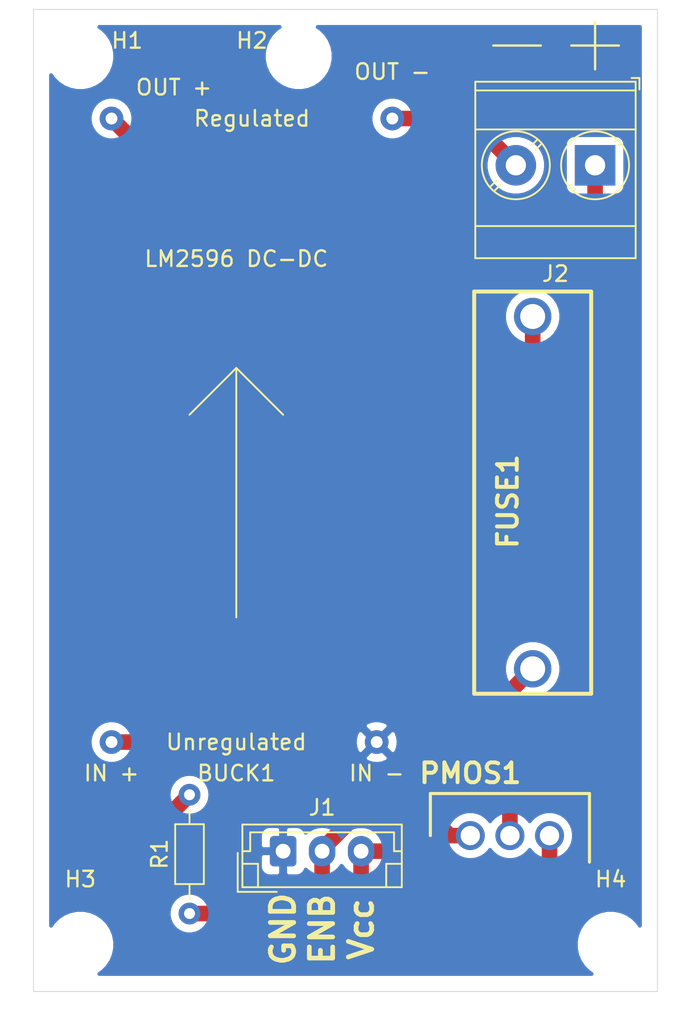
<source format=kicad_pcb>
(kicad_pcb (version 20171130) (host pcbnew "(5.1.4)-1")

  (general
    (thickness 1.6)
    (drawings 9)
    (tracks 31)
    (zones 0)
    (modules 10)
    (nets 8)
  )

  (page A4)
  (layers
    (0 F.Cu signal)
    (31 B.Cu signal)
    (32 B.Adhes user)
    (33 F.Adhes user)
    (34 B.Paste user)
    (35 F.Paste user)
    (36 B.SilkS user)
    (37 F.SilkS user)
    (38 B.Mask user)
    (39 F.Mask user)
    (40 Dwgs.User user)
    (41 Cmts.User user)
    (42 Eco1.User user)
    (43 Eco2.User user)
    (44 Edge.Cuts user)
    (45 Margin user)
    (46 B.CrtYd user)
    (47 F.CrtYd user)
    (48 B.Fab user)
    (49 F.Fab user)
  )

  (setup
    (last_trace_width 1)
    (trace_clearance 0.2)
    (zone_clearance 0.508)
    (zone_45_only no)
    (trace_min 0.2)
    (via_size 0.8)
    (via_drill 0.4)
    (via_min_size 0.4)
    (via_min_drill 0.3)
    (uvia_size 0.3)
    (uvia_drill 0.1)
    (uvias_allowed no)
    (uvia_min_size 0.2)
    (uvia_min_drill 0.1)
    (edge_width 0.05)
    (segment_width 0.2)
    (pcb_text_width 0.3)
    (pcb_text_size 1.5 1.5)
    (mod_edge_width 0.12)
    (mod_text_size 1 1)
    (mod_text_width 0.15)
    (pad_size 1.524 1.524)
    (pad_drill 0.762)
    (pad_to_mask_clearance 0.051)
    (solder_mask_min_width 0.25)
    (aux_axis_origin 0 0)
    (visible_elements 7FFFFFFF)
    (pcbplotparams
      (layerselection 0x010fc_ffffffff)
      (usegerberextensions false)
      (usegerberattributes false)
      (usegerberadvancedattributes false)
      (creategerberjobfile false)
      (excludeedgelayer true)
      (linewidth 0.100000)
      (plotframeref false)
      (viasonmask false)
      (mode 1)
      (useauxorigin false)
      (hpglpennumber 1)
      (hpglpenspeed 20)
      (hpglpendiameter 15.000000)
      (psnegative false)
      (psa4output false)
      (plotreference true)
      (plotvalue true)
      (plotinvisibletext false)
      (padsonsilk false)
      (subtractmaskfromsilk false)
      (outputformat 1)
      (mirror false)
      (drillshape 1)
      (scaleselection 1)
      (outputdirectory ""))
  )

  (net 0 "")
  (net 1 "Net-(BUCK1-Pad4)")
  (net 2 "Net-(BUCK1-Pad3)")
  (net 3 "Net-(BUCK1-Pad2)")
  (net 4 "Net-(FUSE1-Pad1)")
  (net 5 "Net-(J1-Pad3)")
  (net 6 "Net-(J1-Pad2)")
  (net 7 GND)

  (net_class Default "This is the default net class."
    (clearance 0.2)
    (trace_width 1)
    (via_dia 0.8)
    (via_drill 0.4)
    (uvia_dia 0.3)
    (uvia_drill 0.1)
    (add_net GND)
    (add_net "Net-(BUCK1-Pad2)")
    (add_net "Net-(BUCK1-Pad3)")
    (add_net "Net-(BUCK1-Pad4)")
    (add_net "Net-(FUSE1-Pad1)")
    (add_net "Net-(J1-Pad2)")
    (add_net "Net-(J1-Pad3)")
  )

  (module MountingHole:MountingHole_3.2mm_M3 (layer F.Cu) (tedit 56D1B4CB) (tstamp 5D9C0F01)
    (at 50 70)
    (descr "Mounting Hole 3.2mm, no annular, M3")
    (tags "mounting hole 3.2mm no annular m3")
    (path /5D9D4DB1)
    (attr virtual)
    (fp_text reference H4 (at 0 -4.2) (layer F.SilkS)
      (effects (font (size 1 1) (thickness 0.15)))
    )
    (fp_text value MountingHole (at 0 4.2) (layer F.Fab)
      (effects (font (size 1 1) (thickness 0.15)))
    )
    (fp_circle (center 0 0) (end 3.45 0) (layer F.CrtYd) (width 0.05))
    (fp_circle (center 0 0) (end 3.2 0) (layer Cmts.User) (width 0.15))
    (fp_text user %R (at 0.3 0) (layer F.Fab)
      (effects (font (size 1 1) (thickness 0.15)))
    )
    (pad 1 np_thru_hole circle (at 0 0) (size 3.2 3.2) (drill 3.2) (layers *.Cu *.Mask))
  )

  (module MountingHole:MountingHole_3.2mm_M3 (layer F.Cu) (tedit 56D1B4CB) (tstamp 5D9C0EF9)
    (at 16 70)
    (descr "Mounting Hole 3.2mm, no annular, M3")
    (tags "mounting hole 3.2mm no annular m3")
    (path /5D9D44B2)
    (attr virtual)
    (fp_text reference H3 (at 0 -4.2) (layer F.SilkS)
      (effects (font (size 1 1) (thickness 0.15)))
    )
    (fp_text value MountingHole (at 0 4.2) (layer F.Fab)
      (effects (font (size 1 1) (thickness 0.15)))
    )
    (fp_circle (center 0 0) (end 3.45 0) (layer F.CrtYd) (width 0.05))
    (fp_circle (center 0 0) (end 3.2 0) (layer Cmts.User) (width 0.15))
    (fp_text user %R (at 0.3 0) (layer F.Fab)
      (effects (font (size 1 1) (thickness 0.15)))
    )
    (pad 1 np_thru_hole circle (at 0 0) (size 3.2 3.2) (drill 3.2) (layers *.Cu *.Mask))
  )

  (module MountingHole:MountingHole_3.2mm_M3 (layer F.Cu) (tedit 56D1B4CB) (tstamp 5D9C0EF1)
    (at 30 13)
    (descr "Mounting Hole 3.2mm, no annular, M3")
    (tags "mounting hole 3.2mm no annular m3")
    (path /5D9D3D3A)
    (attr virtual)
    (fp_text reference H2 (at -3 -1) (layer F.SilkS)
      (effects (font (size 1 1) (thickness 0.15)))
    )
    (fp_text value MountingHole (at 0 4.2) (layer F.Fab)
      (effects (font (size 1 1) (thickness 0.15)))
    )
    (fp_circle (center 0 0) (end 3.45 0) (layer F.CrtYd) (width 0.05))
    (fp_circle (center 0 0) (end 3.2 0) (layer Cmts.User) (width 0.15))
    (fp_text user %R (at 0.3 0) (layer F.Fab)
      (effects (font (size 1 1) (thickness 0.15)))
    )
    (pad 1 np_thru_hole circle (at 0 0) (size 3.2 3.2) (drill 3.2) (layers *.Cu *.Mask))
  )

  (module MountingHole:MountingHole_3.2mm_M3 (layer F.Cu) (tedit 56D1B4CB) (tstamp 5D9C0EE9)
    (at 16 13)
    (descr "Mounting Hole 3.2mm, no annular, M3")
    (tags "mounting hole 3.2mm no annular m3")
    (path /5D9D353F)
    (attr virtual)
    (fp_text reference H1 (at 3 -1) (layer F.SilkS)
      (effects (font (size 1 1) (thickness 0.15)))
    )
    (fp_text value MountingHole (at 0 4.2) (layer F.Fab)
      (effects (font (size 1 1) (thickness 0.15)))
    )
    (fp_circle (center 0 0) (end 3.45 0) (layer F.CrtYd) (width 0.05))
    (fp_circle (center 0 0) (end 3.2 0) (layer Cmts.User) (width 0.15))
    (fp_text user %R (at 0.3 0) (layer F.Fab)
      (effects (font (size 1 1) (thickness 0.15)))
    )
    (pad 1 np_thru_hole circle (at 0 0) (size 3.2 3.2) (drill 3.2) (layers *.Cu *.Mask))
  )

  (module Resistor_THT:R_Axial_DIN0204_L3.6mm_D1.6mm_P7.62mm_Horizontal (layer F.Cu) (tedit 5AE5139B) (tstamp 5D9C0A1C)
    (at 23 68 90)
    (descr "Resistor, Axial_DIN0204 series, Axial, Horizontal, pin pitch=7.62mm, 0.167W, length*diameter=3.6*1.6mm^2, http://cdn-reichelt.de/documents/datenblatt/B400/1_4W%23YAG.pdf")
    (tags "Resistor Axial_DIN0204 series Axial Horizontal pin pitch 7.62mm 0.167W length 3.6mm diameter 1.6mm")
    (path /5D9D0066)
    (fp_text reference R1 (at 3.81 -1.92 90) (layer F.SilkS)
      (effects (font (size 1 1) (thickness 0.15)))
    )
    (fp_text value R (at 3.81 1.92 90) (layer F.Fab)
      (effects (font (size 1 1) (thickness 0.15)))
    )
    (fp_text user %R (at 3.81 0 90) (layer F.Fab)
      (effects (font (size 0.72 0.72) (thickness 0.108)))
    )
    (fp_line (start 8.57 -1.05) (end -0.95 -1.05) (layer F.CrtYd) (width 0.05))
    (fp_line (start 8.57 1.05) (end 8.57 -1.05) (layer F.CrtYd) (width 0.05))
    (fp_line (start -0.95 1.05) (end 8.57 1.05) (layer F.CrtYd) (width 0.05))
    (fp_line (start -0.95 -1.05) (end -0.95 1.05) (layer F.CrtYd) (width 0.05))
    (fp_line (start 6.68 0) (end 5.73 0) (layer F.SilkS) (width 0.12))
    (fp_line (start 0.94 0) (end 1.89 0) (layer F.SilkS) (width 0.12))
    (fp_line (start 5.73 -0.92) (end 1.89 -0.92) (layer F.SilkS) (width 0.12))
    (fp_line (start 5.73 0.92) (end 5.73 -0.92) (layer F.SilkS) (width 0.12))
    (fp_line (start 1.89 0.92) (end 5.73 0.92) (layer F.SilkS) (width 0.12))
    (fp_line (start 1.89 -0.92) (end 1.89 0.92) (layer F.SilkS) (width 0.12))
    (fp_line (start 7.62 0) (end 5.61 0) (layer F.Fab) (width 0.1))
    (fp_line (start 0 0) (end 2.01 0) (layer F.Fab) (width 0.1))
    (fp_line (start 5.61 -0.8) (end 2.01 -0.8) (layer F.Fab) (width 0.1))
    (fp_line (start 5.61 0.8) (end 5.61 -0.8) (layer F.Fab) (width 0.1))
    (fp_line (start 2.01 0.8) (end 5.61 0.8) (layer F.Fab) (width 0.1))
    (fp_line (start 2.01 -0.8) (end 2.01 0.8) (layer F.Fab) (width 0.1))
    (pad 2 thru_hole oval (at 7.62 0 90) (size 1.4 1.4) (drill 0.7) (layers *.Cu *.Mask)
      (net 5 "Net-(J1-Pad3)"))
    (pad 1 thru_hole circle (at 0 0 90) (size 1.4 1.4) (drill 0.7) (layers *.Cu *.Mask)
      (net 6 "Net-(J1-Pad2)"))
    (model ${KISYS3DMOD}/Resistor_THT.3dshapes/R_Axial_DIN0204_L3.6mm_D1.6mm_P7.62mm_Horizontal.wrl
      (at (xyz 0 0 0))
      (scale (xyz 1 1 1))
      (rotate (xyz 0 0 0))
    )
  )

  (module Connector_JST:JST_EH_B3B-EH-A_1x03_P2.50mm_Vertical (layer F.Cu) (tedit 5C28142C) (tstamp 5D943C7C)
    (at 29 64)
    (descr "JST EH series connector, B3B-EH-A (http://www.jst-mfg.com/product/pdf/eng/eEH.pdf), generated with kicad-footprint-generator")
    (tags "connector JST EH vertical")
    (path /5D94D2BC)
    (fp_text reference J1 (at 2.5 -2.8) (layer F.SilkS)
      (effects (font (size 1 1) (thickness 0.15)))
    )
    (fp_text value Conn_01x03 (at 2.5 3.4) (layer F.Fab)
      (effects (font (size 1 1) (thickness 0.15)))
    )
    (fp_text user %R (at 2.5 1.5) (layer F.Fab)
      (effects (font (size 1 1) (thickness 0.15)))
    )
    (fp_line (start -2.91 2.61) (end -0.41 2.61) (layer F.Fab) (width 0.1))
    (fp_line (start -2.91 0.11) (end -2.91 2.61) (layer F.Fab) (width 0.1))
    (fp_line (start -2.91 2.61) (end -0.41 2.61) (layer F.SilkS) (width 0.12))
    (fp_line (start -2.91 0.11) (end -2.91 2.61) (layer F.SilkS) (width 0.12))
    (fp_line (start 6.61 0.81) (end 6.61 2.31) (layer F.SilkS) (width 0.12))
    (fp_line (start 7.61 0.81) (end 6.61 0.81) (layer F.SilkS) (width 0.12))
    (fp_line (start -1.61 0.81) (end -1.61 2.31) (layer F.SilkS) (width 0.12))
    (fp_line (start -2.61 0.81) (end -1.61 0.81) (layer F.SilkS) (width 0.12))
    (fp_line (start 7.11 0) (end 7.61 0) (layer F.SilkS) (width 0.12))
    (fp_line (start 7.11 -1.21) (end 7.11 0) (layer F.SilkS) (width 0.12))
    (fp_line (start -2.11 -1.21) (end 7.11 -1.21) (layer F.SilkS) (width 0.12))
    (fp_line (start -2.11 0) (end -2.11 -1.21) (layer F.SilkS) (width 0.12))
    (fp_line (start -2.61 0) (end -2.11 0) (layer F.SilkS) (width 0.12))
    (fp_line (start 7.61 -1.71) (end -2.61 -1.71) (layer F.SilkS) (width 0.12))
    (fp_line (start 7.61 2.31) (end 7.61 -1.71) (layer F.SilkS) (width 0.12))
    (fp_line (start -2.61 2.31) (end 7.61 2.31) (layer F.SilkS) (width 0.12))
    (fp_line (start -2.61 -1.71) (end -2.61 2.31) (layer F.SilkS) (width 0.12))
    (fp_line (start 8 -2.1) (end -3 -2.1) (layer F.CrtYd) (width 0.05))
    (fp_line (start 8 2.7) (end 8 -2.1) (layer F.CrtYd) (width 0.05))
    (fp_line (start -3 2.7) (end 8 2.7) (layer F.CrtYd) (width 0.05))
    (fp_line (start -3 -2.1) (end -3 2.7) (layer F.CrtYd) (width 0.05))
    (fp_line (start 7.5 -1.6) (end -2.5 -1.6) (layer F.Fab) (width 0.1))
    (fp_line (start 7.5 2.2) (end 7.5 -1.6) (layer F.Fab) (width 0.1))
    (fp_line (start -2.5 2.2) (end 7.5 2.2) (layer F.Fab) (width 0.1))
    (fp_line (start -2.5 -1.6) (end -2.5 2.2) (layer F.Fab) (width 0.1))
    (pad 3 thru_hole oval (at 5 0) (size 1.7 1.95) (drill 0.95) (layers *.Cu *.Mask)
      (net 5 "Net-(J1-Pad3)"))
    (pad 2 thru_hole oval (at 2.5 0) (size 1.7 1.95) (drill 0.95) (layers *.Cu *.Mask)
      (net 6 "Net-(J1-Pad2)"))
    (pad 1 thru_hole roundrect (at 0 0) (size 1.7 1.95) (drill 0.95) (layers *.Cu *.Mask) (roundrect_rratio 0.147059)
      (net 7 GND))
    (model ${KISYS3DMOD}/Connector_JST.3dshapes/JST_EH_B3B-EH-A_1x03_P2.50mm_Vertical.wrl
      (at (xyz 0 0 0))
      (scale (xyz 1 1 1))
      (rotate (xyz 0 0 0))
    )
  )

  (module LibraryLoader:TO254P440X1000X2110-3P (layer F.Cu) (tedit 0) (tstamp 5D943CF9)
    (at 41 63)
    (descr IPP120P04P4L03AKSA1)
    (tags "MOSFET (P-Channel)")
    (path /5D945064)
    (fp_text reference PMOS1 (at 0 -4) (layer F.SilkS)
      (effects (font (size 1.27 1.27) (thickness 0.254)))
    )
    (fp_text value IPP120P04P4L03AKSA1 (at 0 0) (layer F.SilkS) hide
      (effects (font (size 1.27 1.27) (thickness 0.254)))
    )
    (fp_line (start -2.56 -2.7) (end -2.56 0) (layer F.SilkS) (width 0.2))
    (fp_line (start 7.64 -2.7) (end -2.56 -2.7) (layer F.SilkS) (width 0.2))
    (fp_line (start 7.64 1.7) (end 7.64 -2.7) (layer F.SilkS) (width 0.2))
    (fp_line (start -2.56 -1.43) (end -1.29 -2.7) (layer F.Fab) (width 0.1))
    (fp_line (start -2.56 1.7) (end -2.56 -2.7) (layer F.Fab) (width 0.1))
    (fp_line (start 7.64 1.7) (end -2.56 1.7) (layer F.Fab) (width 0.1))
    (fp_line (start 7.64 -2.7) (end 7.64 1.7) (layer F.Fab) (width 0.1))
    (fp_line (start -2.56 -2.7) (end 7.64 -2.7) (layer F.Fab) (width 0.1))
    (fp_line (start -2.81 1.95) (end -2.81 -2.95) (layer F.CrtYd) (width 0.05))
    (fp_line (start 7.89 1.95) (end -2.81 1.95) (layer F.CrtYd) (width 0.05))
    (fp_line (start 7.89 -2.95) (end 7.89 1.95) (layer F.CrtYd) (width 0.05))
    (fp_line (start -2.81 -2.95) (end 7.89 -2.95) (layer F.CrtYd) (width 0.05))
    (fp_text user %R (at 0 0) (layer F.Fab)
      (effects (font (size 1.27 1.27) (thickness 0.254)))
    )
    (pad 3 thru_hole circle (at 5.08 0) (size 1.86 1.86) (drill 1.24) (layers *.Cu *.Mask)
      (net 5 "Net-(J1-Pad3)"))
    (pad 2 thru_hole circle (at 2.54 0) (size 1.86 1.86) (drill 1.24) (layers *.Cu *.Mask)
      (net 4 "Net-(FUSE1-Pad1)"))
    (pad 1 thru_hole circle (at 0 0) (size 1.86 1.86) (drill 1.24) (layers *.Cu *.Mask)
      (net 6 "Net-(J1-Pad2)"))
    (model "C:\\Users\\jklei\\KiCad Libs\\SamacSys_Parts.3dshapes\\IPP120P04P4L03AKSA1.stp"
      (at (xyz 0 0 0))
      (scale (xyz 1 1 1))
      (rotate (xyz 0 0 0))
    )
  )

  (module TerminalBlock_Phoenix:TerminalBlock_Phoenix_MKDS-3-2-5.08_1x02_P5.08mm_Horizontal (layer F.Cu) (tedit 5B294F11) (tstamp 5D943CA8)
    (at 49 20 180)
    (descr "Terminal Block Phoenix MKDS-3-2-5.08, 2 pins, pitch 5.08mm, size 10.2x11.2mm^2, drill diamater 1.3mm, pad diameter 2.6mm, see http://www.farnell.com/datasheets/2138224.pdf, script-generated using https://github.com/pointhi/kicad-footprint-generator/scripts/TerminalBlock_Phoenix")
    (tags "THT Terminal Block Phoenix MKDS-3-2-5.08 pitch 5.08mm size 10.2x11.2mm^2 drill 1.3mm pad 2.6mm")
    (path /5D945077)
    (fp_text reference J2 (at 2.54 -6.96) (layer F.SilkS)
      (effects (font (size 1 1) (thickness 0.15)))
    )
    (fp_text value Screw_Terminal_01x02 (at 2.54 6.36) (layer F.Fab)
      (effects (font (size 1 1) (thickness 0.15)))
    )
    (fp_text user %R (at 2.54 3.1) (layer F.Fab)
      (effects (font (size 1 1) (thickness 0.15)))
    )
    (fp_line (start 8.13 -6.4) (end -3.04 -6.4) (layer F.CrtYd) (width 0.05))
    (fp_line (start 8.13 5.8) (end 8.13 -6.4) (layer F.CrtYd) (width 0.05))
    (fp_line (start -3.04 5.8) (end 8.13 5.8) (layer F.CrtYd) (width 0.05))
    (fp_line (start -3.04 -6.4) (end -3.04 5.8) (layer F.CrtYd) (width 0.05))
    (fp_line (start -2.84 5.6) (end -2.34 5.6) (layer F.SilkS) (width 0.12))
    (fp_line (start -2.84 4.86) (end -2.84 5.6) (layer F.SilkS) (width 0.12))
    (fp_line (start 3.822 0.992) (end 3.427 1.388) (layer F.SilkS) (width 0.12))
    (fp_line (start 6.468 -1.654) (end 6.088 -1.274) (layer F.SilkS) (width 0.12))
    (fp_line (start 4.073 1.274) (end 3.693 1.654) (layer F.SilkS) (width 0.12))
    (fp_line (start 6.734 -1.388) (end 6.339 -0.992) (layer F.SilkS) (width 0.12))
    (fp_line (start 6.353 -1.517) (end 3.564 1.273) (layer F.Fab) (width 0.1))
    (fp_line (start 6.597 -1.273) (end 3.808 1.517) (layer F.Fab) (width 0.1))
    (fp_line (start -1.548 1.281) (end -1.654 1.388) (layer F.SilkS) (width 0.12))
    (fp_line (start 1.388 -1.654) (end 1.281 -1.547) (layer F.SilkS) (width 0.12))
    (fp_line (start -1.282 1.547) (end -1.388 1.654) (layer F.SilkS) (width 0.12))
    (fp_line (start 1.654 -1.388) (end 1.547 -1.281) (layer F.SilkS) (width 0.12))
    (fp_line (start 1.273 -1.517) (end -1.517 1.273) (layer F.Fab) (width 0.1))
    (fp_line (start 1.517 -1.273) (end -1.273 1.517) (layer F.Fab) (width 0.1))
    (fp_line (start 7.68 -5.96) (end 7.68 5.36) (layer F.SilkS) (width 0.12))
    (fp_line (start -2.6 -5.96) (end -2.6 5.36) (layer F.SilkS) (width 0.12))
    (fp_line (start -2.6 5.36) (end 7.68 5.36) (layer F.SilkS) (width 0.12))
    (fp_line (start -2.6 -5.96) (end 7.68 -5.96) (layer F.SilkS) (width 0.12))
    (fp_line (start -2.6 -3.9) (end 7.68 -3.9) (layer F.SilkS) (width 0.12))
    (fp_line (start -2.54 -3.9) (end 7.62 -3.9) (layer F.Fab) (width 0.1))
    (fp_line (start -2.6 2.3) (end 7.68 2.3) (layer F.SilkS) (width 0.12))
    (fp_line (start -2.54 2.3) (end 7.62 2.3) (layer F.Fab) (width 0.1))
    (fp_line (start -2.6 4.8) (end 7.68 4.8) (layer F.SilkS) (width 0.12))
    (fp_line (start -2.54 4.8) (end 7.62 4.8) (layer F.Fab) (width 0.1))
    (fp_line (start -2.54 4.8) (end -2.54 -5.9) (layer F.Fab) (width 0.1))
    (fp_line (start -2.04 5.3) (end -2.54 4.8) (layer F.Fab) (width 0.1))
    (fp_line (start 7.62 5.3) (end -2.04 5.3) (layer F.Fab) (width 0.1))
    (fp_line (start 7.62 -5.9) (end 7.62 5.3) (layer F.Fab) (width 0.1))
    (fp_line (start -2.54 -5.9) (end 7.62 -5.9) (layer F.Fab) (width 0.1))
    (fp_circle (center 5.08 0) (end 7.26 0) (layer F.SilkS) (width 0.12))
    (fp_circle (center 5.08 0) (end 7.08 0) (layer F.Fab) (width 0.1))
    (fp_circle (center 0 0) (end 2.18 0) (layer F.SilkS) (width 0.12))
    (fp_circle (center 0 0) (end 2 0) (layer F.Fab) (width 0.1))
    (pad 2 thru_hole circle (at 5.08 0 180) (size 2.6 2.6) (drill 1.3) (layers *.Cu *.Mask)
      (net 2 "Net-(BUCK1-Pad3)"))
    (pad 1 thru_hole rect (at 0 0 180) (size 2.6 2.6) (drill 1.3) (layers *.Cu *.Mask)
      (net 1 "Net-(BUCK1-Pad4)"))
    (model ${KISYS3DMOD}/TerminalBlock_Phoenix.3dshapes/TerminalBlock_Phoenix_MKDS-3-2-5.08_1x02_P5.08mm_Horizontal.wrl
      (at (xyz 0 0 0))
      (scale (xyz 1 1 1))
      (rotate (xyz 0 0 0))
    )
  )

  (module LibraryLoader:646-SERIESHOLDER (layer F.Cu) (tedit 0) (tstamp 5D943C3C)
    (at 45 41 90)
    (descr 646-SeriesHolder)
    (tags Connector)
    (path /5D945058)
    (fp_text reference FUSE1 (at -0.565 -1.595 90) (layer F.SilkS)
      (effects (font (size 1.27 1.27) (thickness 0.254)))
    )
    (fp_text value 64600001003 (at -0.565 -1.595 90) (layer F.SilkS) hide
      (effects (font (size 1.27 1.27) (thickness 0.254)))
    )
    (fp_line (start -12.9 3.75) (end -12.9 -3.75) (layer F.SilkS) (width 0.254))
    (fp_line (start 12.9 3.75) (end -12.9 3.75) (layer F.SilkS) (width 0.254))
    (fp_line (start 12.9 -3.75) (end 12.9 3.75) (layer F.SilkS) (width 0.254))
    (fp_line (start -12.9 -3.75) (end 12.9 -3.75) (layer F.SilkS) (width 0.254))
    (fp_line (start -12.9 3.75) (end -12.9 -3.75) (layer F.Fab) (width 0.254))
    (fp_line (start 12.9 3.75) (end -12.9 3.75) (layer F.Fab) (width 0.254))
    (fp_line (start 12.9 -3.75) (end 12.9 3.75) (layer F.Fab) (width 0.254))
    (fp_line (start -12.9 -3.75) (end 12.9 -3.75) (layer F.Fab) (width 0.254))
    (fp_text user %R (at -0.565 -1.595 90) (layer F.Fab)
      (effects (font (size 1.27 1.27) (thickness 0.254)))
    )
    (pad 2 thru_hole circle (at 11.3 0 90) (size 2.4 2.4) (drill 1.6) (layers *.Cu *.Mask)
      (net 3 "Net-(BUCK1-Pad2)"))
    (pad 1 thru_hole circle (at -11.3 0 90) (size 2.4 2.4) (drill 1.6) (layers *.Cu *.Mask)
      (net 4 "Net-(FUSE1-Pad1)"))
  )

  (module SCR_KiCAD_Lib:LM2596 (layer F.Cu) (tedit 5D897463) (tstamp 5D943C2D)
    (at 25 60 180)
    (path /5D945070)
    (fp_text reference BUCK1 (at -1 1) (layer F.SilkS)
      (effects (font (size 1 1) (thickness 0.15)))
    )
    (fp_text value LM2596 (at -2 -1) (layer F.Fab)
      (effects (font (size 1 1) (thickness 0.15)))
    )
    (fp_text user "LM2596 DC-DC" (at -1 34) (layer F.SilkS)
      (effects (font (size 1 1) (thickness 0.15)))
    )
    (fp_line (start -1 27) (end 2 24) (layer F.SilkS) (width 0.12))
    (fp_line (start -1 27) (end -4 24) (layer F.SilkS) (width 0.12))
    (fp_line (start -1 11) (end -1 27) (layer F.SilkS) (width 0.12))
    (fp_text user "OUT +" (at 3 45) (layer F.SilkS)
      (effects (font (size 1 1) (thickness 0.15)))
    )
    (fp_text user "OUT -" (at -11 46) (layer F.SilkS)
      (effects (font (size 1 1) (thickness 0.15)))
    )
    (fp_text user "IN +" (at 7 1) (layer F.SilkS)
      (effects (font (size 1 1) (thickness 0.15)))
    )
    (fp_text user "IN -" (at -10 1) (layer F.SilkS)
      (effects (font (size 1 1) (thickness 0.15)))
    )
    (fp_text user Regulated (at -2 43) (layer F.SilkS)
      (effects (font (size 1 1) (thickness 0.15)))
    )
    (fp_text user Unregulated (at -1 3) (layer F.SilkS)
      (effects (font (size 1 1) (thickness 0.15)))
    )
    (pad 4 thru_hole circle (at 7 43 180) (size 1.524 1.524) (drill 0.762) (layers *.Cu *.Mask)
      (net 1 "Net-(BUCK1-Pad4)"))
    (pad 3 thru_hole circle (at -11 43 180) (size 1.524 1.524) (drill 0.762) (layers *.Cu *.Mask)
      (net 2 "Net-(BUCK1-Pad3)"))
    (pad 2 thru_hole circle (at 7 3 180) (size 1.524 1.524) (drill 0.762) (layers *.Cu *.Mask)
      (net 3 "Net-(BUCK1-Pad2)"))
    (pad 1 thru_hole circle (at -10 3 180) (size 1.524 1.524) (drill 0.762) (layers *.Cu *.Mask)
      (net 7 GND))
  )

  (gr_text Vcc (at 34 69 90) (layer F.SilkS)
    (effects (font (size 1.5 1.5) (thickness 0.3)))
  )
  (gr_text ENB (at 31.5 69 90) (layer F.SilkS)
    (effects (font (size 1.5 1.5) (thickness 0.3)))
  )
  (gr_text GND (at 29 69 90) (layer F.SilkS)
    (effects (font (size 1.5 1.5) (thickness 0.3)))
  )
  (gr_line (start 53 10) (end 53 73) (layer Edge.Cuts) (width 0.05))
  (gr_text - (at 44 12) (layer F.SilkS)
    (effects (font (size 4 4) (thickness 0.15)))
  )
  (gr_text + (at 49 12) (layer F.SilkS)
    (effects (font (size 4 4) (thickness 0.15)))
  )
  (gr_line (start 53 73) (end 13 73) (layer Edge.Cuts) (width 0.05) (tstamp 5D945395))
  (gr_line (start 13 10) (end 53 10) (layer Edge.Cuts) (width 0.05))
  (gr_line (start 13 73) (end 13 10) (layer Edge.Cuts) (width 0.05))

  (segment (start 49 22.3) (end 49 20) (width 1) (layer F.Cu) (net 1))
  (segment (start 47.3 24) (end 49 22.3) (width 1) (layer F.Cu) (net 1))
  (segment (start 25 24) (end 47.3 24) (width 1) (layer F.Cu) (net 1))
  (segment (start 18 17) (end 25 24) (width 1) (layer F.Cu) (net 1))
  (segment (start 40.92 17) (end 43.92 20) (width 1) (layer F.Cu) (net 2))
  (segment (start 36 17) (end 40.92 17) (width 1) (layer F.Cu) (net 2))
  (segment (start 45 29.7) (end 45 43) (width 1) (layer F.Cu) (net 3))
  (segment (start 31 57) (end 18 57) (width 1) (layer F.Cu) (net 3))
  (segment (start 45 43) (end 31 57) (width 1) (layer F.Cu) (net 3))
  (segment (start 43.54 53.76) (end 45 52.3) (width 1) (layer F.Cu) (net 4))
  (segment (start 43.54 63) (end 43.54 53.76) (width 1) (layer F.Cu) (net 4))
  (segment (start 46.08 63) (end 46.08 64.92) (width 1) (layer F.Cu) (net 5))
  (segment (start 46.08 64.92) (end 45 66) (width 1) (layer F.Cu) (net 5))
  (segment (start 35.85 64) (end 34 64) (width 1) (layer F.Cu) (net 5))
  (segment (start 37.85 66) (end 35.85 64) (width 1) (layer F.Cu) (net 5))
  (segment (start 45 66) (end 37.85 66) (width 1) (layer F.Cu) (net 5))
  (segment (start 34 65.975) (end 29.975 70) (width 1) (layer F.Cu) (net 5))
  (segment (start 34 64) (end 34 65.975) (width 1) (layer F.Cu) (net 5))
  (segment (start 29.975 70) (end 21.5 70) (width 1) (layer F.Cu) (net 5))
  (segment (start 21.5 70) (end 20.5 69) (width 1) (layer F.Cu) (net 5))
  (segment (start 20.5 62.88) (end 23 60.38) (width 1) (layer F.Cu) (net 5))
  (segment (start 20.5 69) (end 20.5 62.88) (width 1) (layer F.Cu) (net 5))
  (segment (start 31.5 63.875) (end 31.5 64) (width 1) (layer F.Cu) (net 6))
  (segment (start 33.35 62.025) (end 31.5 63.875) (width 1) (layer F.Cu) (net 6))
  (segment (start 38.709782 62.025) (end 33.35 62.025) (width 1) (layer F.Cu) (net 6))
  (segment (start 39.684782 63) (end 38.709782 62.025) (width 1) (layer F.Cu) (net 6))
  (segment (start 41 63) (end 39.684782 63) (width 1) (layer F.Cu) (net 6))
  (segment (start 23.989949 68) (end 23 68) (width 1) (layer F.Cu) (net 6))
  (segment (start 29.475 68) (end 23.989949 68) (width 1) (layer F.Cu) (net 6))
  (segment (start 31.5 65.975) (end 29.475 68) (width 1) (layer F.Cu) (net 6))
  (segment (start 31.5 64) (end 31.5 65.975) (width 1) (layer F.Cu) (net 6))

  (zone (net 7) (net_name GND) (layer B.Cu) (tstamp 5D9C16E8) (hatch edge 0.508)
    (connect_pads (clearance 0.508))
    (min_thickness 0.254)
    (fill yes (arc_segments 32) (thermal_gap 0.508) (thermal_bridge_width 0.508))
    (polygon
      (pts
        (xy 14 11) (xy 52 11) (xy 52 72) (xy 14 72)
      )
    )
    (filled_polygon
      (pts
        (xy 28.575271 11.263962) (xy 28.263962 11.575271) (xy 28.019369 11.941331) (xy 27.85089 12.348075) (xy 27.765 12.779872)
        (xy 27.765 13.220128) (xy 27.85089 13.651925) (xy 28.019369 14.058669) (xy 28.263962 14.424729) (xy 28.575271 14.736038)
        (xy 28.941331 14.980631) (xy 29.348075 15.14911) (xy 29.779872 15.235) (xy 30.220128 15.235) (xy 30.651925 15.14911)
        (xy 31.058669 14.980631) (xy 31.424729 14.736038) (xy 31.736038 14.424729) (xy 31.980631 14.058669) (xy 32.14911 13.651925)
        (xy 32.235 13.220128) (xy 32.235 12.779872) (xy 32.14911 12.348075) (xy 31.980631 11.941331) (xy 31.736038 11.575271)
        (xy 31.424729 11.263962) (xy 31.21975 11.127) (xy 51.873 11.127) (xy 51.873 68.78025) (xy 51.736038 68.575271)
        (xy 51.424729 68.263962) (xy 51.058669 68.019369) (xy 50.651925 67.85089) (xy 50.220128 67.765) (xy 49.779872 67.765)
        (xy 49.348075 67.85089) (xy 48.941331 68.019369) (xy 48.575271 68.263962) (xy 48.263962 68.575271) (xy 48.019369 68.941331)
        (xy 47.85089 69.348075) (xy 47.765 69.779872) (xy 47.765 70.220128) (xy 47.85089 70.651925) (xy 48.019369 71.058669)
        (xy 48.263962 71.424729) (xy 48.575271 71.736038) (xy 48.78025 71.873) (xy 17.21975 71.873) (xy 17.424729 71.736038)
        (xy 17.736038 71.424729) (xy 17.980631 71.058669) (xy 18.14911 70.651925) (xy 18.235 70.220128) (xy 18.235 69.779872)
        (xy 18.14911 69.348075) (xy 17.980631 68.941331) (xy 17.736038 68.575271) (xy 17.424729 68.263962) (xy 17.058669 68.019369)
        (xy 16.694474 67.868514) (xy 21.665 67.868514) (xy 21.665 68.131486) (xy 21.716304 68.389405) (xy 21.816939 68.632359)
        (xy 21.963038 68.851013) (xy 22.148987 69.036962) (xy 22.367641 69.183061) (xy 22.610595 69.283696) (xy 22.868514 69.335)
        (xy 23.131486 69.335) (xy 23.389405 69.283696) (xy 23.632359 69.183061) (xy 23.851013 69.036962) (xy 24.036962 68.851013)
        (xy 24.183061 68.632359) (xy 24.283696 68.389405) (xy 24.335 68.131486) (xy 24.335 67.868514) (xy 24.283696 67.610595)
        (xy 24.183061 67.367641) (xy 24.036962 67.148987) (xy 23.851013 66.963038) (xy 23.632359 66.816939) (xy 23.389405 66.716304)
        (xy 23.131486 66.665) (xy 22.868514 66.665) (xy 22.610595 66.716304) (xy 22.367641 66.816939) (xy 22.148987 66.963038)
        (xy 21.963038 67.148987) (xy 21.816939 67.367641) (xy 21.716304 67.610595) (xy 21.665 67.868514) (xy 16.694474 67.868514)
        (xy 16.651925 67.85089) (xy 16.220128 67.765) (xy 15.779872 67.765) (xy 15.348075 67.85089) (xy 14.941331 68.019369)
        (xy 14.575271 68.263962) (xy 14.263962 68.575271) (xy 14.127 68.78025) (xy 14.127 64.975) (xy 27.511928 64.975)
        (xy 27.524188 65.099482) (xy 27.560498 65.21918) (xy 27.619463 65.329494) (xy 27.698815 65.426185) (xy 27.795506 65.505537)
        (xy 27.90582 65.564502) (xy 28.025518 65.600812) (xy 28.15 65.613072) (xy 28.71425 65.61) (xy 28.873 65.45125)
        (xy 28.873 64.127) (xy 27.67375 64.127) (xy 27.515 64.28575) (xy 27.511928 64.975) (xy 14.127 64.975)
        (xy 14.127 63.025) (xy 27.511928 63.025) (xy 27.515 63.71425) (xy 27.67375 63.873) (xy 28.873 63.873)
        (xy 28.873 62.54875) (xy 29.127 62.54875) (xy 29.127 63.873) (xy 29.147 63.873) (xy 29.147 64.127)
        (xy 29.127 64.127) (xy 29.127 65.45125) (xy 29.28575 65.61) (xy 29.85 65.613072) (xy 29.974482 65.600812)
        (xy 30.09418 65.564502) (xy 30.204494 65.505537) (xy 30.301185 65.426185) (xy 30.380537 65.329494) (xy 30.439502 65.21918)
        (xy 30.450055 65.184392) (xy 30.670987 65.365706) (xy 30.928967 65.503599) (xy 31.20889 65.588513) (xy 31.5 65.617185)
        (xy 31.791111 65.588513) (xy 32.071034 65.503599) (xy 32.329014 65.365706) (xy 32.555134 65.180134) (xy 32.740706 64.954014)
        (xy 32.75 64.936626) (xy 32.759294 64.954014) (xy 32.944866 65.180134) (xy 33.170987 65.365706) (xy 33.428967 65.503599)
        (xy 33.70889 65.588513) (xy 34 65.617185) (xy 34.291111 65.588513) (xy 34.571034 65.503599) (xy 34.829014 65.365706)
        (xy 35.055134 65.180134) (xy 35.240706 64.954014) (xy 35.378599 64.696033) (xy 35.463513 64.41611) (xy 35.485 64.197949)
        (xy 35.485 63.80205) (xy 35.463513 63.583889) (xy 35.378599 63.303966) (xy 35.240706 63.045986) (xy 35.076468 62.845861)
        (xy 39.435 62.845861) (xy 39.435 63.154139) (xy 39.495142 63.456494) (xy 39.613115 63.741305) (xy 39.784385 63.997629)
        (xy 40.002371 64.215615) (xy 40.258695 64.386885) (xy 40.543506 64.504858) (xy 40.845861 64.565) (xy 41.154139 64.565)
        (xy 41.456494 64.504858) (xy 41.741305 64.386885) (xy 41.997629 64.215615) (xy 42.215615 63.997629) (xy 42.27 63.916236)
        (xy 42.324385 63.997629) (xy 42.542371 64.215615) (xy 42.798695 64.386885) (xy 43.083506 64.504858) (xy 43.385861 64.565)
        (xy 43.694139 64.565) (xy 43.996494 64.504858) (xy 44.281305 64.386885) (xy 44.537629 64.215615) (xy 44.755615 63.997629)
        (xy 44.81 63.916236) (xy 44.864385 63.997629) (xy 45.082371 64.215615) (xy 45.338695 64.386885) (xy 45.623506 64.504858)
        (xy 45.925861 64.565) (xy 46.234139 64.565) (xy 46.536494 64.504858) (xy 46.821305 64.386885) (xy 47.077629 64.215615)
        (xy 47.295615 63.997629) (xy 47.466885 63.741305) (xy 47.584858 63.456494) (xy 47.645 63.154139) (xy 47.645 62.845861)
        (xy 47.584858 62.543506) (xy 47.466885 62.258695) (xy 47.295615 62.002371) (xy 47.077629 61.784385) (xy 46.821305 61.613115)
        (xy 46.536494 61.495142) (xy 46.234139 61.435) (xy 45.925861 61.435) (xy 45.623506 61.495142) (xy 45.338695 61.613115)
        (xy 45.082371 61.784385) (xy 44.864385 62.002371) (xy 44.81 62.083764) (xy 44.755615 62.002371) (xy 44.537629 61.784385)
        (xy 44.281305 61.613115) (xy 43.996494 61.495142) (xy 43.694139 61.435) (xy 43.385861 61.435) (xy 43.083506 61.495142)
        (xy 42.798695 61.613115) (xy 42.542371 61.784385) (xy 42.324385 62.002371) (xy 42.27 62.083764) (xy 42.215615 62.002371)
        (xy 41.997629 61.784385) (xy 41.741305 61.613115) (xy 41.456494 61.495142) (xy 41.154139 61.435) (xy 40.845861 61.435)
        (xy 40.543506 61.495142) (xy 40.258695 61.613115) (xy 40.002371 61.784385) (xy 39.784385 62.002371) (xy 39.613115 62.258695)
        (xy 39.495142 62.543506) (xy 39.435 62.845861) (xy 35.076468 62.845861) (xy 35.055134 62.819866) (xy 34.829013 62.634294)
        (xy 34.571033 62.496401) (xy 34.29111 62.411487) (xy 34 62.382815) (xy 33.708889 62.411487) (xy 33.428966 62.496401)
        (xy 33.170986 62.634294) (xy 32.944866 62.819866) (xy 32.759294 63.045987) (xy 32.75 63.063374) (xy 32.740706 63.045986)
        (xy 32.555134 62.819866) (xy 32.329013 62.634294) (xy 32.071033 62.496401) (xy 31.79111 62.411487) (xy 31.5 62.382815)
        (xy 31.208889 62.411487) (xy 30.928966 62.496401) (xy 30.670986 62.634294) (xy 30.450055 62.815608) (xy 30.439502 62.78082)
        (xy 30.380537 62.670506) (xy 30.301185 62.573815) (xy 30.204494 62.494463) (xy 30.09418 62.435498) (xy 29.974482 62.399188)
        (xy 29.85 62.386928) (xy 29.28575 62.39) (xy 29.127 62.54875) (xy 28.873 62.54875) (xy 28.71425 62.39)
        (xy 28.15 62.386928) (xy 28.025518 62.399188) (xy 27.90582 62.435498) (xy 27.795506 62.494463) (xy 27.698815 62.573815)
        (xy 27.619463 62.670506) (xy 27.560498 62.78082) (xy 27.524188 62.900518) (xy 27.511928 63.025) (xy 14.127 63.025)
        (xy 14.127 60.38) (xy 21.658541 60.38) (xy 21.684317 60.641706) (xy 21.760653 60.893354) (xy 21.884618 61.125275)
        (xy 22.051445 61.328555) (xy 22.254725 61.495382) (xy 22.486646 61.619347) (xy 22.738294 61.695683) (xy 22.934421 61.715)
        (xy 23.065579 61.715) (xy 23.261706 61.695683) (xy 23.513354 61.619347) (xy 23.745275 61.495382) (xy 23.948555 61.328555)
        (xy 24.115382 61.125275) (xy 24.239347 60.893354) (xy 24.315683 60.641706) (xy 24.341459 60.38) (xy 24.315683 60.118294)
        (xy 24.239347 59.866646) (xy 24.115382 59.634725) (xy 23.948555 59.431445) (xy 23.745275 59.264618) (xy 23.513354 59.140653)
        (xy 23.261706 59.064317) (xy 23.065579 59.045) (xy 22.934421 59.045) (xy 22.738294 59.064317) (xy 22.486646 59.140653)
        (xy 22.254725 59.264618) (xy 22.051445 59.431445) (xy 21.884618 59.634725) (xy 21.760653 59.866646) (xy 21.684317 60.118294)
        (xy 21.658541 60.38) (xy 14.127 60.38) (xy 14.127 56.862408) (xy 16.603 56.862408) (xy 16.603 57.137592)
        (xy 16.656686 57.40749) (xy 16.761995 57.661727) (xy 16.91488 57.890535) (xy 17.109465 58.08512) (xy 17.338273 58.238005)
        (xy 17.59251 58.343314) (xy 17.862408 58.397) (xy 18.137592 58.397) (xy 18.40749 58.343314) (xy 18.661727 58.238005)
        (xy 18.890535 58.08512) (xy 19.01009 57.965565) (xy 34.21404 57.965565) (xy 34.28102 58.205656) (xy 34.530048 58.322756)
        (xy 34.797135 58.389023) (xy 35.072017 58.40191) (xy 35.344133 58.360922) (xy 35.603023 58.267636) (xy 35.71898 58.205656)
        (xy 35.78596 57.965565) (xy 35 57.179605) (xy 34.21404 57.965565) (xy 19.01009 57.965565) (xy 19.08512 57.890535)
        (xy 19.238005 57.661727) (xy 19.343314 57.40749) (xy 19.397 57.137592) (xy 19.397 57.072017) (xy 33.59809 57.072017)
        (xy 33.639078 57.344133) (xy 33.732364 57.603023) (xy 33.794344 57.71898) (xy 34.034435 57.78596) (xy 34.820395 57)
        (xy 35.179605 57) (xy 35.965565 57.78596) (xy 36.205656 57.71898) (xy 36.322756 57.469952) (xy 36.389023 57.202865)
        (xy 36.40191 56.927983) (xy 36.360922 56.655867) (xy 36.267636 56.396977) (xy 36.205656 56.28102) (xy 35.965565 56.21404)
        (xy 35.179605 57) (xy 34.820395 57) (xy 34.034435 56.21404) (xy 33.794344 56.28102) (xy 33.677244 56.530048)
        (xy 33.610977 56.797135) (xy 33.59809 57.072017) (xy 19.397 57.072017) (xy 19.397 56.862408) (xy 19.343314 56.59251)
        (xy 19.238005 56.338273) (xy 19.08512 56.109465) (xy 19.01009 56.034435) (xy 34.21404 56.034435) (xy 35 56.820395)
        (xy 35.78596 56.034435) (xy 35.71898 55.794344) (xy 35.469952 55.677244) (xy 35.202865 55.610977) (xy 34.927983 55.59809)
        (xy 34.655867 55.639078) (xy 34.396977 55.732364) (xy 34.28102 55.794344) (xy 34.21404 56.034435) (xy 19.01009 56.034435)
        (xy 18.890535 55.91488) (xy 18.661727 55.761995) (xy 18.40749 55.656686) (xy 18.137592 55.603) (xy 17.862408 55.603)
        (xy 17.59251 55.656686) (xy 17.338273 55.761995) (xy 17.109465 55.91488) (xy 16.91488 56.109465) (xy 16.761995 56.338273)
        (xy 16.656686 56.59251) (xy 16.603 56.862408) (xy 14.127 56.862408) (xy 14.127 52.119268) (xy 43.165 52.119268)
        (xy 43.165 52.480732) (xy 43.235518 52.83525) (xy 43.373844 53.169199) (xy 43.574662 53.469744) (xy 43.830256 53.725338)
        (xy 44.130801 53.926156) (xy 44.46475 54.064482) (xy 44.819268 54.135) (xy 45.180732 54.135) (xy 45.53525 54.064482)
        (xy 45.869199 53.926156) (xy 46.169744 53.725338) (xy 46.425338 53.469744) (xy 46.626156 53.169199) (xy 46.764482 52.83525)
        (xy 46.835 52.480732) (xy 46.835 52.119268) (xy 46.764482 51.76475) (xy 46.626156 51.430801) (xy 46.425338 51.130256)
        (xy 46.169744 50.874662) (xy 45.869199 50.673844) (xy 45.53525 50.535518) (xy 45.180732 50.465) (xy 44.819268 50.465)
        (xy 44.46475 50.535518) (xy 44.130801 50.673844) (xy 43.830256 50.874662) (xy 43.574662 51.130256) (xy 43.373844 51.430801)
        (xy 43.235518 51.76475) (xy 43.165 52.119268) (xy 14.127 52.119268) (xy 14.127 29.519268) (xy 43.165 29.519268)
        (xy 43.165 29.880732) (xy 43.235518 30.23525) (xy 43.373844 30.569199) (xy 43.574662 30.869744) (xy 43.830256 31.125338)
        (xy 44.130801 31.326156) (xy 44.46475 31.464482) (xy 44.819268 31.535) (xy 45.180732 31.535) (xy 45.53525 31.464482)
        (xy 45.869199 31.326156) (xy 46.169744 31.125338) (xy 46.425338 30.869744) (xy 46.626156 30.569199) (xy 46.764482 30.23525)
        (xy 46.835 29.880732) (xy 46.835 29.519268) (xy 46.764482 29.16475) (xy 46.626156 28.830801) (xy 46.425338 28.530256)
        (xy 46.169744 28.274662) (xy 45.869199 28.073844) (xy 45.53525 27.935518) (xy 45.180732 27.865) (xy 44.819268 27.865)
        (xy 44.46475 27.935518) (xy 44.130801 28.073844) (xy 43.830256 28.274662) (xy 43.574662 28.530256) (xy 43.373844 28.830801)
        (xy 43.235518 29.16475) (xy 43.165 29.519268) (xy 14.127 29.519268) (xy 14.127 19.809419) (xy 41.985 19.809419)
        (xy 41.985 20.190581) (xy 42.059361 20.564419) (xy 42.205225 20.916566) (xy 42.416987 21.233491) (xy 42.686509 21.503013)
        (xy 43.003434 21.714775) (xy 43.355581 21.860639) (xy 43.729419 21.935) (xy 44.110581 21.935) (xy 44.484419 21.860639)
        (xy 44.836566 21.714775) (xy 45.153491 21.503013) (xy 45.423013 21.233491) (xy 45.634775 20.916566) (xy 45.780639 20.564419)
        (xy 45.855 20.190581) (xy 45.855 19.809419) (xy 45.780639 19.435581) (xy 45.634775 19.083434) (xy 45.423013 18.766509)
        (xy 45.356504 18.7) (xy 47.061928 18.7) (xy 47.061928 21.3) (xy 47.074188 21.424482) (xy 47.110498 21.54418)
        (xy 47.169463 21.654494) (xy 47.248815 21.751185) (xy 47.345506 21.830537) (xy 47.45582 21.889502) (xy 47.575518 21.925812)
        (xy 47.7 21.938072) (xy 50.3 21.938072) (xy 50.424482 21.925812) (xy 50.54418 21.889502) (xy 50.654494 21.830537)
        (xy 50.751185 21.751185) (xy 50.830537 21.654494) (xy 50.889502 21.54418) (xy 50.925812 21.424482) (xy 50.938072 21.3)
        (xy 50.938072 18.7) (xy 50.925812 18.575518) (xy 50.889502 18.45582) (xy 50.830537 18.345506) (xy 50.751185 18.248815)
        (xy 50.654494 18.169463) (xy 50.54418 18.110498) (xy 50.424482 18.074188) (xy 50.3 18.061928) (xy 47.7 18.061928)
        (xy 47.575518 18.074188) (xy 47.45582 18.110498) (xy 47.345506 18.169463) (xy 47.248815 18.248815) (xy 47.169463 18.345506)
        (xy 47.110498 18.45582) (xy 47.074188 18.575518) (xy 47.061928 18.7) (xy 45.356504 18.7) (xy 45.153491 18.496987)
        (xy 44.836566 18.285225) (xy 44.484419 18.139361) (xy 44.110581 18.065) (xy 43.729419 18.065) (xy 43.355581 18.139361)
        (xy 43.003434 18.285225) (xy 42.686509 18.496987) (xy 42.416987 18.766509) (xy 42.205225 19.083434) (xy 42.059361 19.435581)
        (xy 41.985 19.809419) (xy 14.127 19.809419) (xy 14.127 16.862408) (xy 16.603 16.862408) (xy 16.603 17.137592)
        (xy 16.656686 17.40749) (xy 16.761995 17.661727) (xy 16.91488 17.890535) (xy 17.109465 18.08512) (xy 17.338273 18.238005)
        (xy 17.59251 18.343314) (xy 17.862408 18.397) (xy 18.137592 18.397) (xy 18.40749 18.343314) (xy 18.661727 18.238005)
        (xy 18.890535 18.08512) (xy 19.08512 17.890535) (xy 19.238005 17.661727) (xy 19.343314 17.40749) (xy 19.397 17.137592)
        (xy 19.397 16.862408) (xy 34.603 16.862408) (xy 34.603 17.137592) (xy 34.656686 17.40749) (xy 34.761995 17.661727)
        (xy 34.91488 17.890535) (xy 35.109465 18.08512) (xy 35.338273 18.238005) (xy 35.59251 18.343314) (xy 35.862408 18.397)
        (xy 36.137592 18.397) (xy 36.40749 18.343314) (xy 36.661727 18.238005) (xy 36.890535 18.08512) (xy 37.08512 17.890535)
        (xy 37.238005 17.661727) (xy 37.343314 17.40749) (xy 37.397 17.137592) (xy 37.397 16.862408) (xy 37.343314 16.59251)
        (xy 37.238005 16.338273) (xy 37.08512 16.109465) (xy 36.890535 15.91488) (xy 36.661727 15.761995) (xy 36.40749 15.656686)
        (xy 36.137592 15.603) (xy 35.862408 15.603) (xy 35.59251 15.656686) (xy 35.338273 15.761995) (xy 35.109465 15.91488)
        (xy 34.91488 16.109465) (xy 34.761995 16.338273) (xy 34.656686 16.59251) (xy 34.603 16.862408) (xy 19.397 16.862408)
        (xy 19.343314 16.59251) (xy 19.238005 16.338273) (xy 19.08512 16.109465) (xy 18.890535 15.91488) (xy 18.661727 15.761995)
        (xy 18.40749 15.656686) (xy 18.137592 15.603) (xy 17.862408 15.603) (xy 17.59251 15.656686) (xy 17.338273 15.761995)
        (xy 17.109465 15.91488) (xy 16.91488 16.109465) (xy 16.761995 16.338273) (xy 16.656686 16.59251) (xy 16.603 16.862408)
        (xy 14.127 16.862408) (xy 14.127 14.21975) (xy 14.263962 14.424729) (xy 14.575271 14.736038) (xy 14.941331 14.980631)
        (xy 15.348075 15.14911) (xy 15.779872 15.235) (xy 16.220128 15.235) (xy 16.651925 15.14911) (xy 17.058669 14.980631)
        (xy 17.424729 14.736038) (xy 17.736038 14.424729) (xy 17.980631 14.058669) (xy 18.14911 13.651925) (xy 18.235 13.220128)
        (xy 18.235 12.779872) (xy 18.14911 12.348075) (xy 17.980631 11.941331) (xy 17.736038 11.575271) (xy 17.424729 11.263962)
        (xy 17.21975 11.127) (xy 28.78025 11.127)
      )
    )
  )
)

</source>
